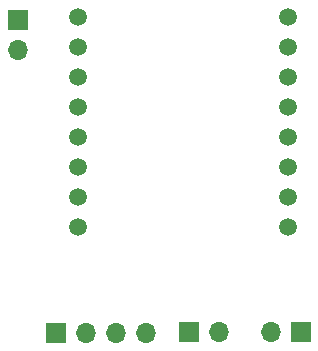
<source format=gbr>
%TF.GenerationSoftware,KiCad,Pcbnew,(6.0.9)*%
%TF.CreationDate,2023-11-13T03:08:14-05:00*%
%TF.ProjectId,ALRT_v1,414c5254-5f76-4312-9e6b-696361645f70,rev?*%
%TF.SameCoordinates,Original*%
%TF.FileFunction,Soldermask,Bot*%
%TF.FilePolarity,Negative*%
%FSLAX46Y46*%
G04 Gerber Fmt 4.6, Leading zero omitted, Abs format (unit mm)*
G04 Created by KiCad (PCBNEW (6.0.9)) date 2023-11-13 03:08:14*
%MOMM*%
%LPD*%
G01*
G04 APERTURE LIST*
%ADD10R,1.700000X1.700000*%
%ADD11O,1.700000X1.700000*%
%ADD12C,1.500000*%
G04 APERTURE END LIST*
D10*
%TO.C,J3*%
X112263000Y-100025200D03*
D11*
X114803000Y-100025200D03*
%TD*%
D10*
%TO.C,J4*%
X101051200Y-100101400D03*
D11*
X103591200Y-100101400D03*
X106131200Y-100101400D03*
X108671200Y-100101400D03*
%TD*%
D10*
%TO.C,J1*%
X97790000Y-73660000D03*
D11*
X97790000Y-76200000D03*
%TD*%
D10*
%TO.C,J2*%
X121742200Y-100050600D03*
D11*
X119202200Y-100050600D03*
%TD*%
D12*
%TO.C,U1*%
X120650000Y-73410000D03*
X120650000Y-75950000D03*
X120650000Y-78490000D03*
X120650000Y-81030000D03*
X120650000Y-83570000D03*
X120650000Y-86110000D03*
X120650000Y-88650000D03*
X120650000Y-91190000D03*
X102870000Y-73410000D03*
X102870000Y-75950000D03*
X102870000Y-78490000D03*
X102870000Y-81030000D03*
X102870000Y-83570000D03*
X102870000Y-86110000D03*
X102870000Y-88650000D03*
X102870000Y-91190000D03*
%TD*%
M02*

</source>
